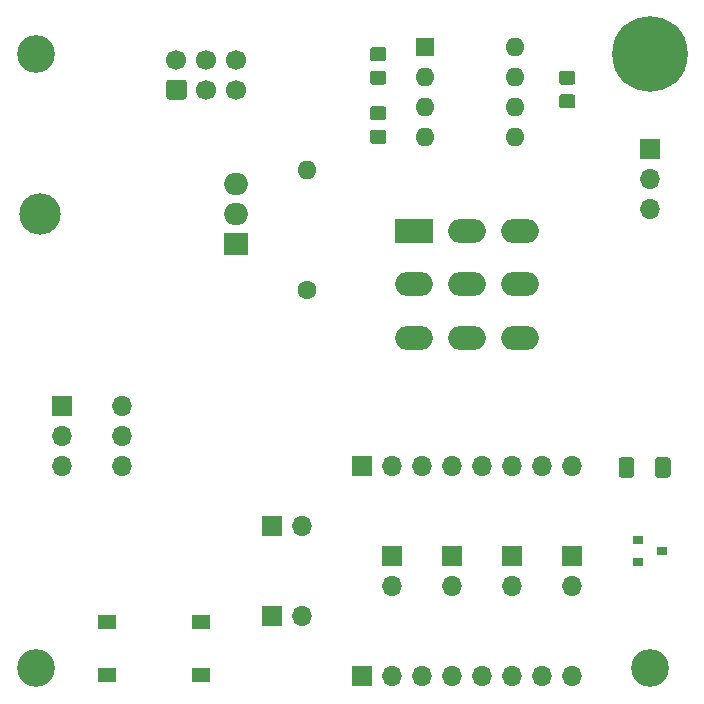
<source format=gbr>
%TF.GenerationSoftware,KiCad,Pcbnew,(5.1.8-0-10_14)*%
%TF.CreationDate,2020-12-10T20:15:51+01:00*%
%TF.ProjectId,tiny-12V-programmer,74696e79-2d31-4325-962d-70726f677261,rev?*%
%TF.SameCoordinates,Original*%
%TF.FileFunction,Soldermask,Top*%
%TF.FilePolarity,Negative*%
%FSLAX46Y46*%
G04 Gerber Fmt 4.6, Leading zero omitted, Abs format (unit mm)*
G04 Created by KiCad (PCBNEW (5.1.8-0-10_14)) date 2020-12-10 20:15:51*
%MOMM*%
%LPD*%
G01*
G04 APERTURE LIST*
%ADD10O,1.700000X1.700000*%
%ADD11R,1.700000X1.700000*%
%ADD12C,3.200000*%
%ADD13C,6.400000*%
%ADD14O,1.600000X1.600000*%
%ADD15R,1.600000X1.600000*%
%ADD16O,3.200000X2.000000*%
%ADD17R,3.200000X2.000000*%
%ADD18R,1.550000X1.300000*%
%ADD19C,1.600000*%
%ADD20O,2.000000X1.905000*%
%ADD21R,2.000000X1.905000*%
%ADD22O,3.500000X3.500000*%
%ADD23C,1.700000*%
%ADD24R,0.900000X0.800000*%
G04 APERTURE END LIST*
D10*
%TO.C,J8*%
X126000000Y-67080000D03*
X126000000Y-64540000D03*
D11*
X126000000Y-62000000D03*
%TD*%
D12*
%TO.C,REF\u002A\u002A*%
X126000000Y-106000000D03*
%TD*%
%TO.C,REF\u002A\u002A*%
X74000000Y-106000000D03*
%TD*%
%TO.C,REF\u002A\u002A*%
X74000000Y-54000000D03*
%TD*%
D13*
%TO.C,H1*%
X126000000Y-54000000D03*
%TD*%
D10*
%TO.C,U2*%
X81280000Y-83820000D03*
X81280000Y-88900000D03*
X81280000Y-86360000D03*
X76200000Y-88900000D03*
D11*
X76200000Y-83820000D03*
D10*
X76200000Y-86360000D03*
%TD*%
D14*
%TO.C,U1*%
X114620000Y-53380000D03*
X107000000Y-61000000D03*
X114620000Y-55920000D03*
X107000000Y-58460000D03*
X114620000Y-58460000D03*
X107000000Y-55920000D03*
X114620000Y-61000000D03*
D15*
X107000000Y-53380000D03*
%TD*%
D16*
%TO.C,SW2*%
X110500000Y-69000000D03*
D17*
X106000000Y-69000000D03*
D16*
X115000000Y-69000000D03*
X106000000Y-73500000D03*
X110500000Y-73500000D03*
X115000000Y-73500000D03*
X106000000Y-78000000D03*
X115000000Y-78000000D03*
X110500000Y-78000000D03*
%TD*%
D18*
%TO.C,SW1*%
X87975000Y-106570000D03*
X87975000Y-102070000D03*
X80025000Y-102070000D03*
X80025000Y-106570000D03*
%TD*%
%TO.C,R5*%
G36*
G01*
X126450000Y-89625000D02*
X126450000Y-88375000D01*
G75*
G02*
X126700000Y-88125000I250000J0D01*
G01*
X127500000Y-88125000D01*
G75*
G02*
X127750000Y-88375000I0J-250000D01*
G01*
X127750000Y-89625000D01*
G75*
G02*
X127500000Y-89875000I-250000J0D01*
G01*
X126700000Y-89875000D01*
G75*
G02*
X126450000Y-89625000I0J250000D01*
G01*
G37*
G36*
G01*
X123350000Y-89625000D02*
X123350000Y-88375000D01*
G75*
G02*
X123600000Y-88125000I250000J0D01*
G01*
X124400000Y-88125000D01*
G75*
G02*
X124650000Y-88375000I0J-250000D01*
G01*
X124650000Y-89625000D01*
G75*
G02*
X124400000Y-89875000I-250000J0D01*
G01*
X123600000Y-89875000D01*
G75*
G02*
X123350000Y-89625000I0J250000D01*
G01*
G37*
%TD*%
%TO.C,R4*%
G36*
G01*
X103450001Y-59600000D02*
X102549999Y-59600000D01*
G75*
G02*
X102300000Y-59350001I0J249999D01*
G01*
X102300000Y-58649999D01*
G75*
G02*
X102549999Y-58400000I249999J0D01*
G01*
X103450001Y-58400000D01*
G75*
G02*
X103700000Y-58649999I0J-249999D01*
G01*
X103700000Y-59350001D01*
G75*
G02*
X103450001Y-59600000I-249999J0D01*
G01*
G37*
G36*
G01*
X103450001Y-61600000D02*
X102549999Y-61600000D01*
G75*
G02*
X102300000Y-61350001I0J249999D01*
G01*
X102300000Y-60649999D01*
G75*
G02*
X102549999Y-60400000I249999J0D01*
G01*
X103450001Y-60400000D01*
G75*
G02*
X103700000Y-60649999I0J-249999D01*
G01*
X103700000Y-61350001D01*
G75*
G02*
X103450001Y-61600000I-249999J0D01*
G01*
G37*
%TD*%
D14*
%TO.C,R3*%
X97000000Y-63840000D03*
D19*
X97000000Y-74000000D03*
%TD*%
%TO.C,R2*%
G36*
G01*
X118549999Y-57400000D02*
X119450001Y-57400000D01*
G75*
G02*
X119700000Y-57649999I0J-249999D01*
G01*
X119700000Y-58350001D01*
G75*
G02*
X119450001Y-58600000I-249999J0D01*
G01*
X118549999Y-58600000D01*
G75*
G02*
X118300000Y-58350001I0J249999D01*
G01*
X118300000Y-57649999D01*
G75*
G02*
X118549999Y-57400000I249999J0D01*
G01*
G37*
G36*
G01*
X118549999Y-55400000D02*
X119450001Y-55400000D01*
G75*
G02*
X119700000Y-55649999I0J-249999D01*
G01*
X119700000Y-56350001D01*
G75*
G02*
X119450001Y-56600000I-249999J0D01*
G01*
X118549999Y-56600000D01*
G75*
G02*
X118300000Y-56350001I0J249999D01*
G01*
X118300000Y-55649999D01*
G75*
G02*
X118549999Y-55400000I249999J0D01*
G01*
G37*
%TD*%
%TO.C,R1*%
G36*
G01*
X102549999Y-55400000D02*
X103450001Y-55400000D01*
G75*
G02*
X103700000Y-55649999I0J-249999D01*
G01*
X103700000Y-56350001D01*
G75*
G02*
X103450001Y-56600000I-249999J0D01*
G01*
X102549999Y-56600000D01*
G75*
G02*
X102300000Y-56350001I0J249999D01*
G01*
X102300000Y-55649999D01*
G75*
G02*
X102549999Y-55400000I249999J0D01*
G01*
G37*
G36*
G01*
X102549999Y-53400000D02*
X103450001Y-53400000D01*
G75*
G02*
X103700000Y-53649999I0J-249999D01*
G01*
X103700000Y-54350001D01*
G75*
G02*
X103450001Y-54600000I-249999J0D01*
G01*
X102549999Y-54600000D01*
G75*
G02*
X102300000Y-54350001I0J249999D01*
G01*
X102300000Y-53649999D01*
G75*
G02*
X102549999Y-53400000I249999J0D01*
G01*
G37*
%TD*%
D20*
%TO.C,Q1*%
X91000000Y-65000000D03*
X91000000Y-67540000D03*
D21*
X91000000Y-70080000D03*
D22*
X74340000Y-67540000D03*
%TD*%
D10*
%TO.C,J10*%
X119380000Y-106680000D03*
X116840000Y-106680000D03*
X114300000Y-106680000D03*
X111760000Y-106680000D03*
X109220000Y-106680000D03*
X106680000Y-106680000D03*
X104140000Y-106680000D03*
D11*
X101600000Y-106680000D03*
%TD*%
D10*
%TO.C,J9*%
X119380000Y-88900000D03*
X116840000Y-88900000D03*
X114300000Y-88900000D03*
X111760000Y-88900000D03*
X109220000Y-88900000D03*
X106680000Y-88900000D03*
X104140000Y-88900000D03*
D11*
X101600000Y-88900000D03*
%TD*%
D10*
%TO.C,J7*%
X119380000Y-99060000D03*
D11*
X119380000Y-96520000D03*
%TD*%
D10*
%TO.C,J6*%
X114300000Y-99060000D03*
D11*
X114300000Y-96520000D03*
%TD*%
D10*
%TO.C,J5*%
X109220000Y-99060000D03*
D11*
X109220000Y-96520000D03*
%TD*%
D23*
%TO.C,J4*%
X91000000Y-54460000D03*
X88460000Y-54460000D03*
X85920000Y-54460000D03*
X91000000Y-57000000D03*
X88460000Y-57000000D03*
G36*
G01*
X86520000Y-57850000D02*
X85320000Y-57850000D01*
G75*
G02*
X85070000Y-57600000I0J250000D01*
G01*
X85070000Y-56400000D01*
G75*
G02*
X85320000Y-56150000I250000J0D01*
G01*
X86520000Y-56150000D01*
G75*
G02*
X86770000Y-56400000I0J-250000D01*
G01*
X86770000Y-57600000D01*
G75*
G02*
X86520000Y-57850000I-250000J0D01*
G01*
G37*
%TD*%
D10*
%TO.C,J3*%
X104140000Y-99060000D03*
D11*
X104140000Y-96520000D03*
%TD*%
D10*
%TO.C,J2*%
X96520000Y-93980000D03*
D11*
X93980000Y-93980000D03*
%TD*%
D10*
%TO.C,J1*%
X96520000Y-101600000D03*
D11*
X93980000Y-101600000D03*
%TD*%
D24*
%TO.C,D1*%
X127000000Y-96050000D03*
X125000000Y-97000000D03*
X125000000Y-95100000D03*
%TD*%
M02*

</source>
